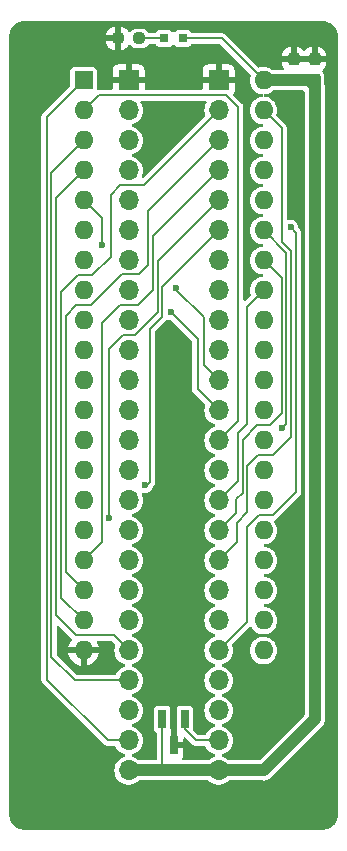
<source format=gbr>
G04 #@! TF.GenerationSoftware,KiCad,Pcbnew,7.0.11+dfsg-1build4*
G04 #@! TF.CreationDate,2024-11-01T17:57:32+09:00*
G04 #@! TF.ProjectId,bionic-mc146805e2,62696f6e-6963-42d6-9d63-313436383035,7*
G04 #@! TF.SameCoordinates,Original*
G04 #@! TF.FileFunction,Copper,L1,Top*
G04 #@! TF.FilePolarity,Positive*
%FSLAX46Y46*%
G04 Gerber Fmt 4.6, Leading zero omitted, Abs format (unit mm)*
G04 Created by KiCad (PCBNEW 7.0.11+dfsg-1build4) date 2024-11-01 17:57:32*
%MOMM*%
%LPD*%
G01*
G04 APERTURE LIST*
G04 Aperture macros list*
%AMRoundRect*
0 Rectangle with rounded corners*
0 $1 Rounding radius*
0 $2 $3 $4 $5 $6 $7 $8 $9 X,Y pos of 4 corners*
0 Add a 4 corners polygon primitive as box body*
4,1,4,$2,$3,$4,$5,$6,$7,$8,$9,$2,$3,0*
0 Add four circle primitives for the rounded corners*
1,1,$1+$1,$2,$3*
1,1,$1+$1,$4,$5*
1,1,$1+$1,$6,$7*
1,1,$1+$1,$8,$9*
0 Add four rect primitives between the rounded corners*
20,1,$1+$1,$2,$3,$4,$5,0*
20,1,$1+$1,$4,$5,$6,$7,0*
20,1,$1+$1,$6,$7,$8,$9,0*
20,1,$1+$1,$8,$9,$2,$3,0*%
G04 Aperture macros list end*
G04 #@! TA.AperFunction,SMDPad,CuDef*
%ADD10R,0.660400X1.625600*%
G04 #@! TD*
G04 #@! TA.AperFunction,SMDPad,CuDef*
%ADD11RoundRect,0.237500X0.250000X0.237500X-0.250000X0.237500X-0.250000X-0.237500X0.250000X-0.237500X0*%
G04 #@! TD*
G04 #@! TA.AperFunction,ComponentPad*
%ADD12R,1.600000X1.600000*%
G04 #@! TD*
G04 #@! TA.AperFunction,ComponentPad*
%ADD13O,1.600000X1.600000*%
G04 #@! TD*
G04 #@! TA.AperFunction,SMDPad,CuDef*
%ADD14RoundRect,0.237500X0.237500X-0.300000X0.237500X0.300000X-0.237500X0.300000X-0.237500X-0.300000X0*%
G04 #@! TD*
G04 #@! TA.AperFunction,SMDPad,CuDef*
%ADD15R,0.762000X0.711200*%
G04 #@! TD*
G04 #@! TA.AperFunction,ComponentPad*
%ADD16O,1.700000X1.700000*%
G04 #@! TD*
G04 #@! TA.AperFunction,ComponentPad*
%ADD17R,1.700000X1.700000*%
G04 #@! TD*
G04 #@! TA.AperFunction,ViaPad*
%ADD18C,0.600000*%
G04 #@! TD*
G04 #@! TA.AperFunction,Conductor*
%ADD19C,0.200000*%
G04 #@! TD*
G04 #@! TA.AperFunction,Conductor*
%ADD20C,1.000000*%
G04 #@! TD*
G04 APERTURE END LIST*
D10*
X115920001Y-129182000D03*
X114019999Y-129182000D03*
X114970000Y-131314000D03*
D11*
X112072500Y-71524000D03*
X110247500Y-71524000D03*
D12*
X107350000Y-75080000D03*
D13*
X107350000Y-77620000D03*
X107350000Y-80160000D03*
X107350000Y-82700000D03*
X107350000Y-85240000D03*
X107350000Y-87780000D03*
X107350000Y-90320000D03*
X107350000Y-92860000D03*
X107350000Y-95400000D03*
X107350000Y-97940000D03*
X107350000Y-100480000D03*
X107350000Y-103020000D03*
X107350000Y-105560000D03*
X107350000Y-108100000D03*
X107350000Y-110640000D03*
X107350000Y-113180000D03*
X107350000Y-115720000D03*
X107350000Y-118260000D03*
X107350000Y-120800000D03*
X107350000Y-123340000D03*
X122590000Y-123340000D03*
X122590000Y-120800000D03*
X122590000Y-118260000D03*
X122590000Y-115720000D03*
X122590000Y-113180000D03*
X122590000Y-110640000D03*
X122590000Y-108100000D03*
X122590000Y-105560000D03*
X122590000Y-103020000D03*
X122590000Y-100480000D03*
X122590000Y-97940000D03*
X122590000Y-95400000D03*
X122590000Y-92860000D03*
X122590000Y-90320000D03*
X122590000Y-87780000D03*
X122590000Y-85240000D03*
X122590000Y-82700000D03*
X122590000Y-80160000D03*
X122590000Y-77620000D03*
X122590000Y-75080000D03*
D14*
X126908000Y-75027000D03*
X126908000Y-73302000D03*
X125130000Y-75027000D03*
X125130000Y-73302000D03*
D15*
X114195300Y-71524000D03*
X115744700Y-71524000D03*
D16*
X118780000Y-133500000D03*
X118780000Y-130960000D03*
X118780000Y-128420000D03*
X118780000Y-125880000D03*
X118780000Y-123340000D03*
X118780000Y-120800000D03*
X118780000Y-118260000D03*
X118780000Y-115720000D03*
X118780000Y-113180000D03*
X118780000Y-110640000D03*
X118780000Y-108100000D03*
X118780000Y-105560000D03*
X118780000Y-103020000D03*
X118780000Y-100480000D03*
X118780000Y-97940000D03*
X118780000Y-95400000D03*
X118780000Y-92860000D03*
X118780000Y-90320000D03*
X118780000Y-87780000D03*
X118780000Y-85240000D03*
X118780000Y-82700000D03*
X118780000Y-80160000D03*
X118780000Y-77620000D03*
D17*
X118780000Y-75080000D03*
X111160000Y-75080000D03*
D16*
X111160000Y-77620000D03*
X111160000Y-80160000D03*
X111160000Y-82700000D03*
X111160000Y-85240000D03*
X111160000Y-87780000D03*
X111160000Y-90320000D03*
X111160000Y-92860000D03*
X111160000Y-95400000D03*
X111160000Y-97940000D03*
X111160000Y-100480000D03*
X111160000Y-103020000D03*
X111160000Y-105560000D03*
X111160000Y-108100000D03*
X111160000Y-110640000D03*
X111160000Y-113180000D03*
X111160000Y-115720000D03*
X111160000Y-118260000D03*
X111160000Y-120800000D03*
X111160000Y-123340000D03*
X111160000Y-125880000D03*
X111160000Y-128420000D03*
X111160000Y-130960000D03*
X111160000Y-133500000D03*
D18*
X122590000Y-130960000D03*
X114843000Y-122197000D03*
X114970000Y-79017000D03*
X116240000Y-131849000D03*
X124114000Y-104544000D03*
X124876000Y-87526000D03*
X108874000Y-89050000D03*
X114715735Y-94724265D03*
X115180735Y-92649265D03*
X112557000Y-109370000D03*
X109509000Y-112164000D03*
D19*
X126908000Y-75588000D02*
X126908000Y-75027000D01*
X119034000Y-71524000D02*
X122590000Y-75080000D01*
X115744700Y-71524000D02*
X119034000Y-71524000D01*
D20*
X126908000Y-75588000D02*
X126400000Y-75080000D01*
X126908000Y-127912000D02*
X126908000Y-75842000D01*
D19*
X115745000Y-71524000D02*
X115744700Y-71524000D01*
X114019999Y-133434001D02*
X113954000Y-133500000D01*
D20*
X113954000Y-133500000D02*
X118780000Y-133500000D01*
X126908000Y-75842000D02*
X126908000Y-75588000D01*
X111160000Y-133500000D02*
X113954000Y-133500000D01*
D19*
X125077000Y-75080000D02*
X125130000Y-75027000D01*
D20*
X122590000Y-133500000D02*
X126908000Y-129182000D01*
X118780000Y-133500000D02*
X122590000Y-133500000D01*
X126908000Y-129182000D02*
X126908000Y-127912000D01*
X126400000Y-75080000D02*
X122590000Y-75080000D01*
D19*
X114019999Y-129182000D02*
X114019999Y-133434001D01*
X114195300Y-71524000D02*
X112072500Y-71524000D01*
X105026000Y-85024000D02*
X107350000Y-82700000D01*
X105026000Y-120381000D02*
X105026000Y-85024000D01*
X109890000Y-122070000D02*
X106715000Y-122070000D01*
X111160000Y-123340000D02*
X109890000Y-122070000D01*
X106715000Y-122070000D02*
X105026000Y-120381000D01*
X106588000Y-125880000D02*
X104626000Y-123918000D01*
X111160000Y-125880000D02*
X106588000Y-125880000D01*
X104626000Y-123918000D02*
X104626000Y-82884000D01*
X104626000Y-82884000D02*
X107350000Y-80160000D01*
X104226000Y-125804000D02*
X104226000Y-78204000D01*
X109382000Y-130960000D02*
X104226000Y-125804000D01*
X104226000Y-78204000D02*
X107350000Y-75080000D01*
X111160000Y-130960000D02*
X109382000Y-130960000D01*
X116875000Y-130960000D02*
X118780000Y-130960000D01*
X115920001Y-129182000D02*
X115920001Y-130005001D01*
X115920001Y-130005001D02*
X116875000Y-130960000D01*
X124514000Y-89704000D02*
X122590000Y-87780000D01*
X124114000Y-104544000D02*
X124514000Y-104144000D01*
X124514000Y-104144000D02*
X124514000Y-89704000D01*
X122209000Y-111910000D02*
X121193000Y-112926000D01*
X124876000Y-87526000D02*
X125314000Y-87964000D01*
X125314000Y-109948000D02*
X123352000Y-111910000D01*
X123352000Y-111910000D02*
X122209000Y-111910000D01*
X121193000Y-120927000D02*
X118780000Y-123340000D01*
X121193000Y-112926000D02*
X121193000Y-120927000D01*
X125314000Y-87964000D02*
X125314000Y-109948000D01*
X123352000Y-106830000D02*
X124914000Y-105268000D01*
X124914000Y-89538314D02*
X124114000Y-88738314D01*
X121212000Y-111637000D02*
X121212000Y-107700000D01*
X124914000Y-105268000D02*
X124914000Y-89538314D01*
X120304000Y-114196000D02*
X120304000Y-112545000D01*
X120304000Y-112545000D02*
X121212000Y-111637000D01*
X122082000Y-106830000D02*
X123352000Y-106830000D01*
X124114000Y-88738314D02*
X124114000Y-79144000D01*
X121212000Y-107700000D02*
X122082000Y-106830000D01*
X118780000Y-115720000D02*
X120304000Y-114196000D01*
X124114000Y-79144000D02*
X122590000Y-77620000D01*
X122050250Y-104290000D02*
X123098000Y-104290000D01*
X118780000Y-113180000D02*
X120285000Y-111675000D01*
X120285000Y-111675000D02*
X120285000Y-110532000D01*
X120812000Y-105528250D02*
X122050250Y-104290000D01*
X123098000Y-104290000D02*
X124114000Y-103274000D01*
X120285000Y-110532000D02*
X120812000Y-110005000D01*
X124114000Y-103274000D02*
X124114000Y-91844000D01*
X124114000Y-91844000D02*
X122590000Y-90320000D01*
X120812000Y-110005000D02*
X120812000Y-105528250D01*
X121193000Y-104163000D02*
X121193000Y-94257000D01*
X120412000Y-109008000D02*
X120412000Y-104944000D01*
X118780000Y-110640000D02*
X120412000Y-109008000D01*
X120412000Y-104944000D02*
X121193000Y-104163000D01*
X121193000Y-94257000D02*
X122590000Y-92860000D01*
X120431000Y-103909000D02*
X120431000Y-77366000D01*
X119415000Y-76350000D02*
X108620000Y-76350000D01*
X118780000Y-105560000D02*
X120431000Y-103909000D01*
X108620000Y-76350000D02*
X107350000Y-77620000D01*
X120431000Y-77366000D02*
X119415000Y-76350000D01*
X108874000Y-86764000D02*
X107350000Y-85240000D01*
X108874000Y-89050000D02*
X108874000Y-86764000D01*
X114715735Y-94724265D02*
X117002000Y-97010530D01*
X117002000Y-97010530D02*
X117002000Y-101242000D01*
X117002000Y-101242000D02*
X118780000Y-103020000D01*
X117510000Y-95146000D02*
X117510000Y-99210000D01*
X115180735Y-92649265D02*
X115180735Y-92816735D01*
X117510000Y-99210000D02*
X118780000Y-100480000D01*
X115180735Y-92816735D02*
X117510000Y-95146000D01*
X112684000Y-109370000D02*
X112938000Y-109116000D01*
X114011000Y-95089000D02*
X114011000Y-92549000D01*
X114011000Y-92549000D02*
X118780000Y-87780000D01*
X112557000Y-109370000D02*
X112684000Y-109370000D01*
X112938000Y-109116000D02*
X112938000Y-96162000D01*
X112938000Y-96162000D02*
X114011000Y-95089000D01*
X109509000Y-97813000D02*
X110652000Y-96670000D01*
X113611000Y-94727000D02*
X113611000Y-90409000D01*
X111668000Y-96670000D02*
X113611000Y-94727000D01*
X110652000Y-96670000D02*
X111668000Y-96670000D01*
X113611000Y-90409000D02*
X118780000Y-85240000D01*
X109509000Y-112164000D02*
X109509000Y-97813000D01*
X118780000Y-82700000D02*
X113211000Y-88269000D01*
X108874000Y-114196000D02*
X107350000Y-115720000D01*
X108874000Y-95654000D02*
X108874000Y-114196000D01*
X113211000Y-92841000D02*
X111922000Y-94130000D01*
X110398000Y-94130000D02*
X108874000Y-95654000D01*
X111922000Y-94130000D02*
X110398000Y-94130000D01*
X113211000Y-88269000D02*
X113211000Y-92841000D01*
X112811000Y-90701000D02*
X112042000Y-91470000D01*
X110600827Y-91470000D02*
X107940827Y-94130000D01*
X106724365Y-94130000D02*
X105826000Y-95028365D01*
X105826000Y-95028365D02*
X105826000Y-116736000D01*
X118780000Y-80160000D02*
X112811000Y-86129000D01*
X112811000Y-86129000D02*
X112811000Y-90701000D01*
X112042000Y-91470000D02*
X110600827Y-91470000D01*
X105826000Y-116736000D02*
X107350000Y-118260000D01*
X107940827Y-94130000D02*
X106724365Y-94130000D01*
X105426000Y-118876000D02*
X107350000Y-120800000D01*
X118780000Y-77620000D02*
X112430000Y-83970000D01*
X109636000Y-84807827D02*
X109636000Y-90014827D01*
X106842000Y-91590000D02*
X105426000Y-93006000D01*
X108060827Y-91590000D02*
X106842000Y-91590000D01*
X109636000Y-90014827D02*
X108060827Y-91590000D01*
X110473827Y-83970000D02*
X109636000Y-84807827D01*
X105426000Y-93006000D02*
X105426000Y-118876000D01*
X112430000Y-83970000D02*
X110473827Y-83970000D01*
G04 #@! TA.AperFunction,Conductor*
G36*
X114484623Y-95337270D02*
G01*
X114636750Y-95374765D01*
X114677769Y-95374765D01*
X114744808Y-95394450D01*
X114765450Y-95411084D01*
X116515181Y-97160814D01*
X116548666Y-97222137D01*
X116551500Y-97248495D01*
X116551500Y-101209738D01*
X116550720Y-101223623D01*
X116546729Y-101259036D01*
X116557355Y-101315196D01*
X116558132Y-101319765D01*
X116566652Y-101376291D01*
X116569162Y-101384427D01*
X116571976Y-101392470D01*
X116571976Y-101392471D01*
X116571977Y-101392472D01*
X116598219Y-101442125D01*
X116598688Y-101443011D01*
X116600776Y-101447149D01*
X116625574Y-101498641D01*
X116630362Y-101505665D01*
X116635431Y-101512532D01*
X116635434Y-101512538D01*
X116635438Y-101512542D01*
X116675846Y-101552950D01*
X116679063Y-101556289D01*
X116717947Y-101598196D01*
X116725210Y-101603988D01*
X116724689Y-101604641D01*
X116736930Y-101614034D01*
X117615672Y-102492776D01*
X117649157Y-102554099D01*
X117647258Y-102614391D01*
X117594884Y-102798468D01*
X117574357Y-103019999D01*
X117574357Y-103020000D01*
X117594884Y-103241535D01*
X117594885Y-103241537D01*
X117655769Y-103455523D01*
X117655775Y-103455538D01*
X117754938Y-103654683D01*
X117754943Y-103654691D01*
X117889020Y-103832238D01*
X118053437Y-103982123D01*
X118053439Y-103982125D01*
X118242595Y-104099245D01*
X118242596Y-104099245D01*
X118242599Y-104099247D01*
X118436524Y-104174374D01*
X118491924Y-104216946D01*
X118515515Y-104282713D01*
X118499804Y-104350793D01*
X118449780Y-104399572D01*
X118436533Y-104405622D01*
X118325389Y-104448680D01*
X118242601Y-104480752D01*
X118242595Y-104480754D01*
X118053439Y-104597874D01*
X118053437Y-104597876D01*
X117889020Y-104747761D01*
X117754943Y-104925308D01*
X117754938Y-104925316D01*
X117655775Y-105124461D01*
X117655769Y-105124476D01*
X117594885Y-105338462D01*
X117594884Y-105338464D01*
X117574357Y-105559999D01*
X117574357Y-105560000D01*
X117594884Y-105781535D01*
X117594885Y-105781537D01*
X117655769Y-105995523D01*
X117655775Y-105995538D01*
X117754938Y-106194683D01*
X117754943Y-106194691D01*
X117889020Y-106372238D01*
X118053437Y-106522123D01*
X118053439Y-106522125D01*
X118242595Y-106639245D01*
X118242596Y-106639245D01*
X118242599Y-106639247D01*
X118436524Y-106714374D01*
X118491924Y-106756946D01*
X118515515Y-106822713D01*
X118499804Y-106890793D01*
X118449780Y-106939572D01*
X118436533Y-106945622D01*
X118325389Y-106988680D01*
X118242601Y-107020752D01*
X118242595Y-107020754D01*
X118053439Y-107137874D01*
X118053437Y-107137876D01*
X117889020Y-107287761D01*
X117754943Y-107465308D01*
X117754938Y-107465316D01*
X117655775Y-107664461D01*
X117655769Y-107664476D01*
X117594885Y-107878462D01*
X117594884Y-107878464D01*
X117574357Y-108099999D01*
X117574357Y-108100000D01*
X117594884Y-108321535D01*
X117594885Y-108321537D01*
X117655769Y-108535523D01*
X117655775Y-108535538D01*
X117754938Y-108734683D01*
X117754943Y-108734691D01*
X117889020Y-108912238D01*
X118053437Y-109062123D01*
X118053439Y-109062125D01*
X118242595Y-109179245D01*
X118242596Y-109179245D01*
X118242599Y-109179247D01*
X118436524Y-109254374D01*
X118491924Y-109296946D01*
X118515515Y-109362713D01*
X118499804Y-109430793D01*
X118449780Y-109479572D01*
X118436533Y-109485622D01*
X118325389Y-109528680D01*
X118242601Y-109560752D01*
X118242595Y-109560754D01*
X118053439Y-109677874D01*
X118053437Y-109677876D01*
X117889020Y-109827761D01*
X117754943Y-110005308D01*
X117754938Y-110005316D01*
X117655775Y-110204461D01*
X117655769Y-110204476D01*
X117594885Y-110418462D01*
X117594884Y-110418464D01*
X117574357Y-110639999D01*
X117574357Y-110640000D01*
X117594884Y-110861535D01*
X117594885Y-110861537D01*
X117655769Y-111075523D01*
X117655775Y-111075538D01*
X117754938Y-111274683D01*
X117754943Y-111274691D01*
X117889020Y-111452238D01*
X118053437Y-111602123D01*
X118053439Y-111602125D01*
X118242595Y-111719245D01*
X118242596Y-111719245D01*
X118242599Y-111719247D01*
X118436524Y-111794374D01*
X118491924Y-111836946D01*
X118515515Y-111902713D01*
X118499804Y-111970793D01*
X118449780Y-112019572D01*
X118436533Y-112025622D01*
X118325389Y-112068680D01*
X118242601Y-112100752D01*
X118242595Y-112100754D01*
X118053439Y-112217874D01*
X118053437Y-112217876D01*
X117889020Y-112367761D01*
X117754943Y-112545308D01*
X117754938Y-112545316D01*
X117655775Y-112744461D01*
X117655769Y-112744476D01*
X117594885Y-112958462D01*
X117594884Y-112958464D01*
X117574357Y-113179999D01*
X117574357Y-113180000D01*
X117594884Y-113401535D01*
X117594885Y-113401537D01*
X117655769Y-113615523D01*
X117655775Y-113615538D01*
X117754938Y-113814683D01*
X117754943Y-113814691D01*
X117889020Y-113992238D01*
X118053437Y-114142123D01*
X118053439Y-114142125D01*
X118242595Y-114259245D01*
X118242596Y-114259245D01*
X118242599Y-114259247D01*
X118436524Y-114334374D01*
X118491924Y-114376946D01*
X118515515Y-114442713D01*
X118499804Y-114510793D01*
X118449780Y-114559572D01*
X118436533Y-114565622D01*
X118325389Y-114608680D01*
X118242601Y-114640752D01*
X118242595Y-114640754D01*
X118053439Y-114757874D01*
X118053437Y-114757876D01*
X117889020Y-114907761D01*
X117754943Y-115085308D01*
X117754938Y-115085316D01*
X117655775Y-115284461D01*
X117655769Y-115284476D01*
X117594885Y-115498462D01*
X117594884Y-115498464D01*
X117574357Y-115719999D01*
X117574357Y-115720000D01*
X117594884Y-115941535D01*
X117594885Y-115941537D01*
X117655769Y-116155523D01*
X117655775Y-116155538D01*
X117754938Y-116354683D01*
X117754943Y-116354691D01*
X117889020Y-116532238D01*
X118053437Y-116682123D01*
X118053439Y-116682125D01*
X118242595Y-116799245D01*
X118242596Y-116799245D01*
X118242599Y-116799247D01*
X118436524Y-116874374D01*
X118491924Y-116916946D01*
X118515515Y-116982713D01*
X118499804Y-117050793D01*
X118449780Y-117099572D01*
X118436533Y-117105622D01*
X118325389Y-117148680D01*
X118242601Y-117180752D01*
X118242595Y-117180754D01*
X118053439Y-117297874D01*
X118053437Y-117297876D01*
X117889020Y-117447761D01*
X117754943Y-117625308D01*
X117754938Y-117625316D01*
X117655775Y-117824461D01*
X117655769Y-117824476D01*
X117594885Y-118038462D01*
X117594884Y-118038464D01*
X117574357Y-118259999D01*
X117574357Y-118260000D01*
X117594884Y-118481535D01*
X117594885Y-118481537D01*
X117655769Y-118695523D01*
X117655775Y-118695538D01*
X117754938Y-118894683D01*
X117754943Y-118894691D01*
X117889020Y-119072238D01*
X118053437Y-119222123D01*
X118053439Y-119222125D01*
X118242595Y-119339245D01*
X118242596Y-119339245D01*
X118242599Y-119339247D01*
X118436524Y-119414374D01*
X118491924Y-119456946D01*
X118515515Y-119522713D01*
X118499804Y-119590793D01*
X118449780Y-119639572D01*
X118436533Y-119645622D01*
X118325389Y-119688680D01*
X118242601Y-119720752D01*
X118242595Y-119720754D01*
X118053439Y-119837874D01*
X118053437Y-119837876D01*
X117889020Y-119987761D01*
X117754943Y-120165308D01*
X117754938Y-120165316D01*
X117655775Y-120364461D01*
X117655769Y-120364476D01*
X117594885Y-120578462D01*
X117594884Y-120578464D01*
X117574357Y-120799999D01*
X117574357Y-120800000D01*
X117594884Y-121021535D01*
X117594885Y-121021537D01*
X117655769Y-121235523D01*
X117655775Y-121235538D01*
X117754938Y-121434683D01*
X117754943Y-121434691D01*
X117889020Y-121612238D01*
X118053437Y-121762123D01*
X118053439Y-121762125D01*
X118242595Y-121879245D01*
X118242596Y-121879245D01*
X118242599Y-121879247D01*
X118436524Y-121954374D01*
X118491924Y-121996946D01*
X118515515Y-122062713D01*
X118499804Y-122130793D01*
X118449780Y-122179572D01*
X118436533Y-122185622D01*
X118325389Y-122228680D01*
X118242601Y-122260752D01*
X118242595Y-122260754D01*
X118053439Y-122377874D01*
X118053437Y-122377876D01*
X117889020Y-122527761D01*
X117754943Y-122705308D01*
X117754938Y-122705316D01*
X117655775Y-122904461D01*
X117655769Y-122904476D01*
X117594885Y-123118462D01*
X117594884Y-123118464D01*
X117574357Y-123339999D01*
X117574357Y-123340000D01*
X117594884Y-123561535D01*
X117594885Y-123561537D01*
X117655769Y-123775523D01*
X117655775Y-123775538D01*
X117754938Y-123974683D01*
X117754943Y-123974691D01*
X117889020Y-124152238D01*
X118053437Y-124302123D01*
X118053439Y-124302125D01*
X118242595Y-124419245D01*
X118242596Y-124419245D01*
X118242599Y-124419247D01*
X118436524Y-124494374D01*
X118491924Y-124536946D01*
X118515515Y-124602713D01*
X118499804Y-124670793D01*
X118449780Y-124719572D01*
X118436533Y-124725622D01*
X118290420Y-124782227D01*
X118242601Y-124800752D01*
X118242595Y-124800754D01*
X118053439Y-124917874D01*
X118053437Y-124917876D01*
X117889020Y-125067761D01*
X117754943Y-125245308D01*
X117754938Y-125245316D01*
X117655775Y-125444461D01*
X117655769Y-125444476D01*
X117594885Y-125658462D01*
X117594884Y-125658464D01*
X117574357Y-125879999D01*
X117574357Y-125880000D01*
X117594884Y-126101535D01*
X117594885Y-126101537D01*
X117655769Y-126315523D01*
X117655775Y-126315538D01*
X117754938Y-126514683D01*
X117754943Y-126514691D01*
X117889020Y-126692238D01*
X118053437Y-126842123D01*
X118053439Y-126842125D01*
X118242595Y-126959245D01*
X118242596Y-126959245D01*
X118242599Y-126959247D01*
X118436524Y-127034374D01*
X118491924Y-127076946D01*
X118515515Y-127142713D01*
X118499804Y-127210793D01*
X118449780Y-127259572D01*
X118436533Y-127265622D01*
X118288488Y-127322975D01*
X118242601Y-127340752D01*
X118242595Y-127340754D01*
X118053439Y-127457874D01*
X118053437Y-127457876D01*
X117889020Y-127607761D01*
X117754943Y-127785308D01*
X117754938Y-127785316D01*
X117655775Y-127984461D01*
X117655769Y-127984476D01*
X117594885Y-128198462D01*
X117594884Y-128198464D01*
X117574357Y-128419999D01*
X117574357Y-128420000D01*
X117594884Y-128641535D01*
X117594885Y-128641537D01*
X117655769Y-128855523D01*
X117655775Y-128855538D01*
X117754938Y-129054683D01*
X117754943Y-129054691D01*
X117889020Y-129232238D01*
X118053437Y-129382123D01*
X118053439Y-129382125D01*
X118242595Y-129499245D01*
X118242596Y-129499245D01*
X118242599Y-129499247D01*
X118436524Y-129574374D01*
X118491924Y-129616946D01*
X118515515Y-129682713D01*
X118499804Y-129750793D01*
X118449780Y-129799572D01*
X118436533Y-129805622D01*
X118288488Y-129862975D01*
X118242601Y-129880752D01*
X118242595Y-129880754D01*
X118053439Y-129997874D01*
X118053437Y-129997876D01*
X117889020Y-130147761D01*
X117754943Y-130325308D01*
X117754936Y-130325320D01*
X117697449Y-130440771D01*
X117649946Y-130492009D01*
X117586449Y-130509500D01*
X117112965Y-130509500D01*
X117045926Y-130489815D01*
X117025284Y-130473181D01*
X116637020Y-130084917D01*
X116603535Y-130023594D01*
X116600701Y-129997236D01*
X116600701Y-128335939D01*
X116590774Y-128267808D01*
X116590774Y-128267807D01*
X116539399Y-128162717D01*
X116539397Y-128162715D01*
X116539397Y-128162714D01*
X116456686Y-128080003D01*
X116351592Y-128028626D01*
X116283462Y-128018700D01*
X116283461Y-128018700D01*
X115556541Y-128018700D01*
X115556540Y-128018700D01*
X115488409Y-128028626D01*
X115383315Y-128080003D01*
X115300604Y-128162714D01*
X115249227Y-128267808D01*
X115239301Y-128335939D01*
X115239301Y-129930537D01*
X115220000Y-129996268D01*
X115220000Y-131064000D01*
X115800200Y-131064000D01*
X115800200Y-130821665D01*
X115819885Y-130754626D01*
X115872689Y-130708871D01*
X115941847Y-130698927D01*
X116005403Y-130727952D01*
X116011872Y-130733976D01*
X116099562Y-130821665D01*
X116533630Y-131255733D01*
X116542895Y-131266100D01*
X116565121Y-131293970D01*
X116565123Y-131293972D01*
X116612363Y-131326180D01*
X116616145Y-131328863D01*
X116662118Y-131362793D01*
X116669654Y-131366776D01*
X116677319Y-131370467D01*
X116677327Y-131370472D01*
X116702188Y-131378140D01*
X116731980Y-131387330D01*
X116736371Y-131388774D01*
X116790301Y-131407646D01*
X116790305Y-131407646D01*
X116798698Y-131409234D01*
X116807095Y-131410500D01*
X116807098Y-131410500D01*
X116864245Y-131410500D01*
X116868883Y-131410587D01*
X116926009Y-131412725D01*
X116926009Y-131412724D01*
X116926010Y-131412725D01*
X116926010Y-131412724D01*
X116935242Y-131411685D01*
X116935335Y-131412513D01*
X116950639Y-131410500D01*
X117586449Y-131410500D01*
X117653488Y-131430185D01*
X117697449Y-131479229D01*
X117754936Y-131594679D01*
X117754943Y-131594691D01*
X117889020Y-131772238D01*
X118053437Y-131922123D01*
X118053439Y-131922125D01*
X118242595Y-132039245D01*
X118242596Y-132039245D01*
X118242599Y-132039247D01*
X118436524Y-132114374D01*
X118491924Y-132156946D01*
X118515515Y-132222713D01*
X118499804Y-132290793D01*
X118449780Y-132339572D01*
X118436533Y-132345622D01*
X118288488Y-132402975D01*
X118242601Y-132420752D01*
X118242595Y-132420754D01*
X118053439Y-132537874D01*
X118053437Y-132537876D01*
X117966492Y-132617137D01*
X117903688Y-132647754D01*
X117882954Y-132649500D01*
X115781210Y-132649500D01*
X115714171Y-132629815D01*
X115668416Y-132577011D01*
X115658472Y-132507853D01*
X115681943Y-132451189D01*
X115743553Y-132368888D01*
X115743554Y-132368886D01*
X115793796Y-132234179D01*
X115793798Y-132234172D01*
X115800199Y-132174644D01*
X115800200Y-132174627D01*
X115800200Y-131564000D01*
X114844000Y-131564000D01*
X114776961Y-131544315D01*
X114731206Y-131491511D01*
X114720000Y-131440000D01*
X114720000Y-129987051D01*
X114703533Y-129956895D01*
X114700699Y-129930537D01*
X114700699Y-128335939D01*
X114690772Y-128267808D01*
X114690772Y-128267807D01*
X114639397Y-128162717D01*
X114639395Y-128162715D01*
X114639395Y-128162714D01*
X114556684Y-128080003D01*
X114451590Y-128028626D01*
X114383460Y-128018700D01*
X114383459Y-128018700D01*
X113656539Y-128018700D01*
X113656538Y-128018700D01*
X113588407Y-128028626D01*
X113483313Y-128080003D01*
X113400602Y-128162714D01*
X113349225Y-128267808D01*
X113339299Y-128335939D01*
X113339299Y-130028060D01*
X113349225Y-130096191D01*
X113349226Y-130096193D01*
X113400601Y-130201283D01*
X113483316Y-130283998D01*
X113499959Y-130292134D01*
X113551541Y-130339260D01*
X113569499Y-130403534D01*
X113569499Y-132525500D01*
X113549814Y-132592539D01*
X113497010Y-132638294D01*
X113445499Y-132649500D01*
X112057046Y-132649500D01*
X111990007Y-132629815D01*
X111973508Y-132617137D01*
X111886562Y-132537876D01*
X111886560Y-132537874D01*
X111697404Y-132420754D01*
X111697395Y-132420750D01*
X111563522Y-132368888D01*
X111503475Y-132345625D01*
X111448075Y-132303054D01*
X111424484Y-132237288D01*
X111440195Y-132169207D01*
X111490219Y-132120428D01*
X111503466Y-132114377D01*
X111697401Y-132039247D01*
X111886562Y-131922124D01*
X112050981Y-131772236D01*
X112185058Y-131594689D01*
X112284229Y-131395528D01*
X112345115Y-131181536D01*
X112365643Y-130960000D01*
X112345115Y-130738464D01*
X112284229Y-130524472D01*
X112276774Y-130509500D01*
X112185061Y-130325316D01*
X112185056Y-130325308D01*
X112050979Y-130147761D01*
X111886562Y-129997876D01*
X111886560Y-129997874D01*
X111697404Y-129880754D01*
X111697395Y-129880750D01*
X111603956Y-129844552D01*
X111503475Y-129805625D01*
X111448075Y-129763054D01*
X111424484Y-129697288D01*
X111440195Y-129629207D01*
X111490219Y-129580428D01*
X111503466Y-129574377D01*
X111697401Y-129499247D01*
X111886562Y-129382124D01*
X112050981Y-129232236D01*
X112185058Y-129054689D01*
X112284229Y-128855528D01*
X112345115Y-128641536D01*
X112365643Y-128420000D01*
X112345115Y-128198464D01*
X112284229Y-127984472D01*
X112284224Y-127984461D01*
X112185061Y-127785316D01*
X112185056Y-127785308D01*
X112050979Y-127607761D01*
X111886562Y-127457876D01*
X111886560Y-127457874D01*
X111697404Y-127340754D01*
X111697395Y-127340750D01*
X111603956Y-127304552D01*
X111503475Y-127265625D01*
X111448075Y-127223054D01*
X111424484Y-127157288D01*
X111440195Y-127089207D01*
X111490219Y-127040428D01*
X111503466Y-127034377D01*
X111697401Y-126959247D01*
X111886562Y-126842124D01*
X112050981Y-126692236D01*
X112185058Y-126514689D01*
X112284229Y-126315528D01*
X112345115Y-126101536D01*
X112365643Y-125880000D01*
X112345115Y-125658464D01*
X112284229Y-125444472D01*
X112276774Y-125429500D01*
X112185061Y-125245316D01*
X112185056Y-125245308D01*
X112050979Y-125067761D01*
X111886562Y-124917876D01*
X111886560Y-124917874D01*
X111697404Y-124800754D01*
X111697395Y-124800750D01*
X111603956Y-124764552D01*
X111503475Y-124725625D01*
X111448075Y-124683054D01*
X111424484Y-124617288D01*
X111440195Y-124549207D01*
X111490219Y-124500428D01*
X111503466Y-124494377D01*
X111697401Y-124419247D01*
X111886562Y-124302124D01*
X112050981Y-124152236D01*
X112185058Y-123974689D01*
X112284229Y-123775528D01*
X112345115Y-123561536D01*
X112365643Y-123340000D01*
X112345115Y-123118464D01*
X112284229Y-122904472D01*
X112284224Y-122904461D01*
X112185061Y-122705316D01*
X112185056Y-122705308D01*
X112050979Y-122527761D01*
X111886562Y-122377876D01*
X111886560Y-122377874D01*
X111697404Y-122260754D01*
X111697395Y-122260750D01*
X111603956Y-122224552D01*
X111503475Y-122185625D01*
X111448075Y-122143054D01*
X111424484Y-122077288D01*
X111440195Y-122009207D01*
X111490219Y-121960428D01*
X111503466Y-121954377D01*
X111697401Y-121879247D01*
X111886562Y-121762124D01*
X112045222Y-121617486D01*
X112050979Y-121612238D01*
X112060361Y-121599815D01*
X112185058Y-121434689D01*
X112284229Y-121235528D01*
X112345115Y-121021536D01*
X112365643Y-120800000D01*
X112345115Y-120578464D01*
X112284229Y-120364472D01*
X112258721Y-120313245D01*
X112185061Y-120165316D01*
X112185056Y-120165308D01*
X112050979Y-119987761D01*
X111886562Y-119837876D01*
X111886560Y-119837874D01*
X111697404Y-119720754D01*
X111697395Y-119720750D01*
X111603956Y-119684552D01*
X111503475Y-119645625D01*
X111448075Y-119603054D01*
X111424484Y-119537288D01*
X111440195Y-119469207D01*
X111490219Y-119420428D01*
X111503466Y-119414377D01*
X111697401Y-119339247D01*
X111886562Y-119222124D01*
X112050981Y-119072236D01*
X112185058Y-118894689D01*
X112284229Y-118695528D01*
X112345115Y-118481536D01*
X112365643Y-118260000D01*
X112345115Y-118038464D01*
X112284229Y-117824472D01*
X112284224Y-117824461D01*
X112185061Y-117625316D01*
X112185056Y-117625308D01*
X112050979Y-117447761D01*
X111886562Y-117297876D01*
X111886560Y-117297874D01*
X111697404Y-117180754D01*
X111697395Y-117180750D01*
X111603956Y-117144552D01*
X111503475Y-117105625D01*
X111448075Y-117063054D01*
X111424484Y-116997288D01*
X111440195Y-116929207D01*
X111490219Y-116880428D01*
X111503466Y-116874377D01*
X111697401Y-116799247D01*
X111886562Y-116682124D01*
X112050981Y-116532236D01*
X112185058Y-116354689D01*
X112284229Y-116155528D01*
X112345115Y-115941536D01*
X112365643Y-115720000D01*
X112345115Y-115498464D01*
X112284229Y-115284472D01*
X112264337Y-115244523D01*
X112185061Y-115085316D01*
X112185056Y-115085308D01*
X112050979Y-114907761D01*
X111886562Y-114757876D01*
X111886560Y-114757874D01*
X111697404Y-114640754D01*
X111697395Y-114640750D01*
X111581023Y-114595668D01*
X111503475Y-114565625D01*
X111448075Y-114523054D01*
X111424484Y-114457288D01*
X111440195Y-114389207D01*
X111490219Y-114340428D01*
X111503466Y-114334377D01*
X111697401Y-114259247D01*
X111886562Y-114142124D01*
X112050981Y-113992236D01*
X112185058Y-113814689D01*
X112284229Y-113615528D01*
X112345115Y-113401536D01*
X112365643Y-113180000D01*
X112345115Y-112958464D01*
X112284229Y-112744472D01*
X112284224Y-112744461D01*
X112185061Y-112545316D01*
X112185056Y-112545308D01*
X112050979Y-112367761D01*
X111886562Y-112217876D01*
X111886560Y-112217874D01*
X111697404Y-112100754D01*
X111697395Y-112100750D01*
X111603956Y-112064552D01*
X111503475Y-112025625D01*
X111448075Y-111983054D01*
X111424484Y-111917288D01*
X111440195Y-111849207D01*
X111490219Y-111800428D01*
X111503466Y-111794377D01*
X111697401Y-111719247D01*
X111886562Y-111602124D01*
X112050981Y-111452236D01*
X112185058Y-111274689D01*
X112284229Y-111075528D01*
X112345115Y-110861536D01*
X112365643Y-110640000D01*
X112345115Y-110418464D01*
X112284229Y-110204472D01*
X112272086Y-110180085D01*
X112259824Y-110111300D01*
X112286697Y-110046805D01*
X112344173Y-110007077D01*
X112412758Y-110004416D01*
X112478015Y-110020500D01*
X112478016Y-110020500D01*
X112635985Y-110020500D01*
X112789365Y-109982696D01*
X112834340Y-109959091D01*
X112929240Y-109909283D01*
X113047483Y-109804530D01*
X113137220Y-109674523D01*
X113193237Y-109526818D01*
X113193238Y-109526803D01*
X113194431Y-109521968D01*
X113227148Y-109463953D01*
X113233745Y-109457356D01*
X113244093Y-109448109D01*
X113271970Y-109425879D01*
X113304198Y-109378607D01*
X113306812Y-109374923D01*
X113340793Y-109328882D01*
X113340793Y-109328879D01*
X113340795Y-109328878D01*
X113344778Y-109321341D01*
X113348468Y-109313677D01*
X113348472Y-109313673D01*
X113365330Y-109259018D01*
X113366761Y-109254668D01*
X113385646Y-109200700D01*
X113385646Y-109200698D01*
X113387228Y-109192336D01*
X113388500Y-109183899D01*
X113388500Y-109126738D01*
X113388587Y-109122100D01*
X113390724Y-109064992D01*
X113389684Y-109055761D01*
X113390513Y-109055667D01*
X113388500Y-109040366D01*
X113388500Y-96399964D01*
X113408185Y-96332925D01*
X113424815Y-96312287D01*
X114306744Y-95430357D01*
X114317093Y-95421109D01*
X114344970Y-95398879D01*
X114352509Y-95387819D01*
X114406533Y-95343519D01*
X114475936Y-95335456D01*
X114484623Y-95337270D01*
G37*
G04 #@! TD.AperFunction*
G04 #@! TA.AperFunction,Conductor*
G36*
X126000539Y-75950185D02*
G01*
X126046294Y-76002989D01*
X126057500Y-76054500D01*
X126057500Y-128778349D01*
X126037815Y-128845388D01*
X126021181Y-128866030D01*
X122274030Y-132613181D01*
X122212707Y-132646666D01*
X122186349Y-132649500D01*
X119677046Y-132649500D01*
X119610007Y-132629815D01*
X119593508Y-132617137D01*
X119506562Y-132537876D01*
X119506560Y-132537874D01*
X119317404Y-132420754D01*
X119317395Y-132420750D01*
X119183522Y-132368888D01*
X119123475Y-132345625D01*
X119068075Y-132303054D01*
X119044484Y-132237288D01*
X119060195Y-132169207D01*
X119110219Y-132120428D01*
X119123466Y-132114377D01*
X119317401Y-132039247D01*
X119506562Y-131922124D01*
X119670981Y-131772236D01*
X119805058Y-131594689D01*
X119904229Y-131395528D01*
X119965115Y-131181536D01*
X119985643Y-130960000D01*
X119965115Y-130738464D01*
X119904229Y-130524472D01*
X119896774Y-130509500D01*
X119805061Y-130325316D01*
X119805056Y-130325308D01*
X119670979Y-130147761D01*
X119506562Y-129997876D01*
X119506560Y-129997874D01*
X119317404Y-129880754D01*
X119317395Y-129880750D01*
X119223956Y-129844552D01*
X119123475Y-129805625D01*
X119068075Y-129763054D01*
X119044484Y-129697288D01*
X119060195Y-129629207D01*
X119110219Y-129580428D01*
X119123466Y-129574377D01*
X119317401Y-129499247D01*
X119506562Y-129382124D01*
X119670981Y-129232236D01*
X119805058Y-129054689D01*
X119904229Y-128855528D01*
X119965115Y-128641536D01*
X119985643Y-128420000D01*
X119965115Y-128198464D01*
X119904229Y-127984472D01*
X119904224Y-127984461D01*
X119805061Y-127785316D01*
X119805056Y-127785308D01*
X119670979Y-127607761D01*
X119506562Y-127457876D01*
X119506560Y-127457874D01*
X119317404Y-127340754D01*
X119317395Y-127340750D01*
X119223956Y-127304552D01*
X119123475Y-127265625D01*
X119068075Y-127223054D01*
X119044484Y-127157288D01*
X119060195Y-127089207D01*
X119110219Y-127040428D01*
X119123466Y-127034377D01*
X119317401Y-126959247D01*
X119506562Y-126842124D01*
X119670981Y-126692236D01*
X119805058Y-126514689D01*
X119904229Y-126315528D01*
X119965115Y-126101536D01*
X119985643Y-125880000D01*
X119965115Y-125658464D01*
X119904229Y-125444472D01*
X119896774Y-125429500D01*
X119805061Y-125245316D01*
X119805056Y-125245308D01*
X119670979Y-125067761D01*
X119506562Y-124917876D01*
X119506560Y-124917874D01*
X119317404Y-124800754D01*
X119317395Y-124800750D01*
X119223956Y-124764552D01*
X119123475Y-124725625D01*
X119068075Y-124683054D01*
X119044484Y-124617288D01*
X119060195Y-124549207D01*
X119110219Y-124500428D01*
X119123466Y-124494377D01*
X119317401Y-124419247D01*
X119506562Y-124302124D01*
X119670981Y-124152236D01*
X119805058Y-123974689D01*
X119904229Y-123775528D01*
X119965115Y-123561536D01*
X119985643Y-123340000D01*
X119965115Y-123118464D01*
X119912742Y-122934391D01*
X119912742Y-122934390D01*
X119913329Y-122864523D01*
X119944325Y-122812777D01*
X121399748Y-121357353D01*
X121461069Y-121323870D01*
X121530761Y-121328854D01*
X121586694Y-121370726D01*
X121598428Y-121389766D01*
X121607634Y-121408255D01*
X121712418Y-121547011D01*
X121736128Y-121578407D01*
X121893698Y-121722052D01*
X122074981Y-121834298D01*
X122273802Y-121911321D01*
X122470613Y-121948111D01*
X122532893Y-121979779D01*
X122568166Y-122040092D01*
X122565232Y-122109900D01*
X122525023Y-122167040D01*
X122470613Y-122191888D01*
X122273802Y-122228679D01*
X122273799Y-122228679D01*
X122273799Y-122228680D01*
X122074982Y-122305701D01*
X122074980Y-122305702D01*
X121893699Y-122417947D01*
X121736127Y-122561593D01*
X121607632Y-122731746D01*
X121512596Y-122922605D01*
X121512596Y-122922607D01*
X121454244Y-123127689D01*
X121434571Y-123339999D01*
X121434571Y-123340000D01*
X121454244Y-123552310D01*
X121512596Y-123757392D01*
X121512596Y-123757394D01*
X121607632Y-123948253D01*
X121641033Y-123992482D01*
X121736128Y-124118407D01*
X121893698Y-124262052D01*
X122074981Y-124374298D01*
X122273802Y-124451321D01*
X122483390Y-124490500D01*
X122483392Y-124490500D01*
X122696608Y-124490500D01*
X122696610Y-124490500D01*
X122906198Y-124451321D01*
X123105019Y-124374298D01*
X123286302Y-124262052D01*
X123443872Y-124118407D01*
X123572366Y-123948255D01*
X123572367Y-123948253D01*
X123667403Y-123757394D01*
X123667403Y-123757393D01*
X123667405Y-123757389D01*
X123725756Y-123552310D01*
X123745429Y-123340000D01*
X123725756Y-123127690D01*
X123667405Y-122922611D01*
X123667403Y-122922606D01*
X123667403Y-122922605D01*
X123572367Y-122731746D01*
X123443872Y-122561593D01*
X123420389Y-122540185D01*
X123286302Y-122417948D01*
X123105019Y-122305702D01*
X123105017Y-122305701D01*
X122988989Y-122260752D01*
X122906198Y-122228679D01*
X122709385Y-122191888D01*
X122647106Y-122160221D01*
X122611833Y-122099908D01*
X122614767Y-122030100D01*
X122654976Y-121972960D01*
X122709384Y-121948111D01*
X122906198Y-121911321D01*
X123105019Y-121834298D01*
X123286302Y-121722052D01*
X123443872Y-121578407D01*
X123572366Y-121408255D01*
X123611903Y-121328854D01*
X123667403Y-121217394D01*
X123667403Y-121217393D01*
X123667405Y-121217389D01*
X123725756Y-121012310D01*
X123745429Y-120800000D01*
X123725756Y-120587690D01*
X123667405Y-120382611D01*
X123667403Y-120382606D01*
X123667403Y-120382605D01*
X123572367Y-120191746D01*
X123443872Y-120021593D01*
X123286302Y-119877948D01*
X123105019Y-119765702D01*
X123105017Y-119765701D01*
X122988989Y-119720752D01*
X122906198Y-119688679D01*
X122709385Y-119651888D01*
X122647106Y-119620221D01*
X122611833Y-119559908D01*
X122614767Y-119490100D01*
X122654976Y-119432960D01*
X122709384Y-119408111D01*
X122906198Y-119371321D01*
X123105019Y-119294298D01*
X123286302Y-119182052D01*
X123443872Y-119038407D01*
X123572366Y-118868255D01*
X123658373Y-118695528D01*
X123667403Y-118677394D01*
X123667403Y-118677393D01*
X123667405Y-118677389D01*
X123725756Y-118472310D01*
X123745429Y-118260000D01*
X123725756Y-118047690D01*
X123667405Y-117842611D01*
X123667403Y-117842606D01*
X123667403Y-117842605D01*
X123572367Y-117651746D01*
X123443872Y-117481593D01*
X123286302Y-117337948D01*
X123105019Y-117225702D01*
X123105017Y-117225701D01*
X122988989Y-117180752D01*
X122906198Y-117148679D01*
X122709385Y-117111888D01*
X122647106Y-117080221D01*
X122611833Y-117019908D01*
X122614767Y-116950100D01*
X122654976Y-116892960D01*
X122709384Y-116868111D01*
X122906198Y-116831321D01*
X123105019Y-116754298D01*
X123286302Y-116642052D01*
X123443872Y-116498407D01*
X123572366Y-116328255D01*
X123658373Y-116155528D01*
X123667403Y-116137394D01*
X123667403Y-116137393D01*
X123667405Y-116137389D01*
X123725756Y-115932310D01*
X123745429Y-115720000D01*
X123725756Y-115507690D01*
X123667405Y-115302611D01*
X123667403Y-115302606D01*
X123667403Y-115302605D01*
X123572367Y-115111746D01*
X123443872Y-114941593D01*
X123286302Y-114797948D01*
X123105019Y-114685702D01*
X123105017Y-114685701D01*
X122988989Y-114640752D01*
X122906198Y-114608679D01*
X122709385Y-114571888D01*
X122647106Y-114540221D01*
X122611833Y-114479908D01*
X122614767Y-114410100D01*
X122654976Y-114352960D01*
X122709384Y-114328111D01*
X122906198Y-114291321D01*
X123105019Y-114214298D01*
X123286302Y-114102052D01*
X123443872Y-113958407D01*
X123572366Y-113788255D01*
X123658373Y-113615528D01*
X123667403Y-113597394D01*
X123667403Y-113597393D01*
X123667405Y-113597389D01*
X123725756Y-113392310D01*
X123745429Y-113180000D01*
X123725756Y-112967690D01*
X123667405Y-112762611D01*
X123667403Y-112762606D01*
X123667403Y-112762605D01*
X123572367Y-112571746D01*
X123515244Y-112496104D01*
X123490552Y-112430743D01*
X123505117Y-112362408D01*
X123554314Y-112312796D01*
X123560363Y-112309673D01*
X123608642Y-112286425D01*
X123608643Y-112286423D01*
X123608645Y-112286423D01*
X123615695Y-112281616D01*
X123622534Y-112276567D01*
X123622538Y-112276566D01*
X123662974Y-112236128D01*
X123666260Y-112232962D01*
X123708194Y-112194055D01*
X123708196Y-112194050D01*
X123713987Y-112186790D01*
X123714643Y-112187313D01*
X123724032Y-112175070D01*
X125609744Y-110289357D01*
X125620093Y-110280109D01*
X125647970Y-110257879D01*
X125680198Y-110210607D01*
X125682812Y-110206923D01*
X125716793Y-110160882D01*
X125716793Y-110160879D01*
X125716795Y-110160878D01*
X125720787Y-110153324D01*
X125724471Y-110145675D01*
X125741324Y-110091035D01*
X125742762Y-110086662D01*
X125761646Y-110032699D01*
X125761646Y-110032696D01*
X125763232Y-110024311D01*
X125764500Y-110015904D01*
X125764500Y-109958738D01*
X125764587Y-109954100D01*
X125766724Y-109896992D01*
X125765684Y-109887761D01*
X125766513Y-109887667D01*
X125764500Y-109872366D01*
X125764500Y-87996261D01*
X125765280Y-87982376D01*
X125769270Y-87946965D01*
X125758641Y-87890791D01*
X125757864Y-87886217D01*
X125749348Y-87829713D01*
X125749347Y-87829711D01*
X125749347Y-87829709D01*
X125746831Y-87821552D01*
X125744024Y-87813528D01*
X125717306Y-87762977D01*
X125715215Y-87758835D01*
X125690424Y-87707356D01*
X125685642Y-87700342D01*
X125680567Y-87693466D01*
X125680566Y-87693463D01*
X125640165Y-87653062D01*
X125636947Y-87649721D01*
X125598060Y-87607809D01*
X125590792Y-87602014D01*
X125591312Y-87601361D01*
X125579067Y-87591964D01*
X125564047Y-87576944D01*
X125530562Y-87515621D01*
X125528632Y-87504209D01*
X125515762Y-87398216D01*
X125512237Y-87369182D01*
X125456220Y-87221477D01*
X125366483Y-87091470D01*
X125248240Y-86986717D01*
X125248238Y-86986716D01*
X125248237Y-86986715D01*
X125108365Y-86913303D01*
X124954986Y-86875500D01*
X124954985Y-86875500D01*
X124797015Y-86875500D01*
X124730627Y-86891863D01*
X124718175Y-86894932D01*
X124648372Y-86891863D01*
X124591310Y-86851543D01*
X124565105Y-86786773D01*
X124564500Y-86774535D01*
X124564500Y-79176261D01*
X124565280Y-79162376D01*
X124569270Y-79126966D01*
X124569270Y-79126965D01*
X124558633Y-79070753D01*
X124557864Y-79066219D01*
X124555221Y-79048680D01*
X124549348Y-79009713D01*
X124549346Y-79009709D01*
X124546836Y-79001571D01*
X124544024Y-78993534D01*
X124544023Y-78993528D01*
X124517285Y-78942941D01*
X124515223Y-78938854D01*
X124490425Y-78887358D01*
X124490423Y-78887356D01*
X124490423Y-78887355D01*
X124485642Y-78880342D01*
X124480566Y-78873465D01*
X124480565Y-78873462D01*
X124440165Y-78833062D01*
X124436947Y-78829721D01*
X124398060Y-78787809D01*
X124390792Y-78782014D01*
X124391312Y-78781361D01*
X124379067Y-78771964D01*
X123713856Y-78106753D01*
X123680371Y-78045430D01*
X123682270Y-77985141D01*
X123725756Y-77832310D01*
X123745429Y-77620000D01*
X123725756Y-77407690D01*
X123667405Y-77202611D01*
X123667403Y-77202606D01*
X123667403Y-77202605D01*
X123572367Y-77011746D01*
X123443872Y-76841593D01*
X123410155Y-76810856D01*
X123286302Y-76697948D01*
X123105019Y-76585702D01*
X123105017Y-76585701D01*
X122944750Y-76523614D01*
X122906198Y-76508679D01*
X122709385Y-76471888D01*
X122647106Y-76440221D01*
X122611833Y-76379908D01*
X122614767Y-76310100D01*
X122654976Y-76252960D01*
X122709384Y-76228111D01*
X122906198Y-76191321D01*
X123105019Y-76114298D01*
X123286302Y-76002052D01*
X123312857Y-75977844D01*
X123329291Y-75962863D01*
X123392095Y-75932246D01*
X123412829Y-75930500D01*
X125933500Y-75930500D01*
X126000539Y-75950185D01*
G37*
G04 #@! TD.AperFunction*
G04 #@! TA.AperFunction,Conductor*
G36*
X105281703Y-121274252D02*
G01*
X105288181Y-121280284D01*
X106342420Y-122334523D01*
X106375905Y-122395846D01*
X106370921Y-122465538D01*
X106352941Y-122496398D01*
X106353443Y-122496750D01*
X106219866Y-122687517D01*
X106123734Y-122893673D01*
X106123730Y-122893682D01*
X106071127Y-123089999D01*
X106071128Y-123090000D01*
X107034314Y-123090000D01*
X107022359Y-123101955D01*
X106964835Y-123214852D01*
X106945014Y-123340000D01*
X106964835Y-123465148D01*
X107022359Y-123578045D01*
X107034314Y-123590000D01*
X106071128Y-123590000D01*
X106123730Y-123786317D01*
X106123734Y-123786326D01*
X106219865Y-123992482D01*
X106350342Y-124178820D01*
X106511179Y-124339657D01*
X106697517Y-124470134D01*
X106903673Y-124566265D01*
X106903682Y-124566269D01*
X107099999Y-124618872D01*
X107100000Y-124618871D01*
X107100000Y-123655686D01*
X107111955Y-123667641D01*
X107224852Y-123725165D01*
X107318519Y-123740000D01*
X107381481Y-123740000D01*
X107475148Y-123725165D01*
X107588045Y-123667641D01*
X107600000Y-123655686D01*
X107600000Y-124618872D01*
X107796317Y-124566269D01*
X107796326Y-124566265D01*
X108002482Y-124470134D01*
X108188820Y-124339657D01*
X108349657Y-124178820D01*
X108480134Y-123992482D01*
X108576265Y-123786326D01*
X108576269Y-123786317D01*
X108628872Y-123590000D01*
X107665686Y-123590000D01*
X107677641Y-123578045D01*
X107735165Y-123465148D01*
X107754986Y-123340000D01*
X107735165Y-123214852D01*
X107677641Y-123101955D01*
X107665686Y-123090000D01*
X108628872Y-123090000D01*
X108628872Y-123089999D01*
X108576269Y-122893682D01*
X108576265Y-122893673D01*
X108484511Y-122696905D01*
X108474019Y-122627827D01*
X108502539Y-122564043D01*
X108561015Y-122525804D01*
X108596893Y-122520500D01*
X109652034Y-122520500D01*
X109719073Y-122540185D01*
X109739715Y-122556819D01*
X109995672Y-122812776D01*
X110029157Y-122874099D01*
X110027258Y-122934391D01*
X109974884Y-123118468D01*
X109954357Y-123339999D01*
X109954357Y-123340000D01*
X109974884Y-123561535D01*
X109974885Y-123561537D01*
X110035769Y-123775523D01*
X110035775Y-123775538D01*
X110134938Y-123974683D01*
X110134943Y-123974691D01*
X110269020Y-124152238D01*
X110433437Y-124302123D01*
X110433439Y-124302125D01*
X110622595Y-124419245D01*
X110622596Y-124419245D01*
X110622599Y-124419247D01*
X110816524Y-124494374D01*
X110871924Y-124536946D01*
X110895515Y-124602713D01*
X110879804Y-124670793D01*
X110829780Y-124719572D01*
X110816533Y-124725622D01*
X110670420Y-124782227D01*
X110622601Y-124800752D01*
X110622595Y-124800754D01*
X110433439Y-124917874D01*
X110433437Y-124917876D01*
X110269020Y-125067761D01*
X110134943Y-125245308D01*
X110134936Y-125245320D01*
X110077449Y-125360771D01*
X110029946Y-125412009D01*
X109966449Y-125429500D01*
X106825966Y-125429500D01*
X106758927Y-125409815D01*
X106738285Y-125393181D01*
X105112819Y-123767715D01*
X105079334Y-123706392D01*
X105076500Y-123680034D01*
X105076500Y-121367965D01*
X105096185Y-121300926D01*
X105148989Y-121255171D01*
X105218147Y-121245227D01*
X105281703Y-121274252D01*
G37*
G04 #@! TD.AperFunction*
G04 #@! TA.AperFunction,Conductor*
G36*
X117713788Y-76820185D02*
G01*
X117759543Y-76872989D01*
X117769487Y-76942147D01*
X117755945Y-76979406D01*
X117757497Y-76980179D01*
X117655775Y-77184461D01*
X117655769Y-77184476D01*
X117594885Y-77398462D01*
X117594884Y-77398464D01*
X117574357Y-77619999D01*
X117574357Y-77620000D01*
X117594884Y-77841531D01*
X117594884Y-77841533D01*
X117594885Y-77841536D01*
X117602289Y-77867557D01*
X117647258Y-78025608D01*
X117646670Y-78095476D01*
X117615672Y-78147223D01*
X112481417Y-83281479D01*
X112420094Y-83314964D01*
X112350402Y-83309980D01*
X112294469Y-83268108D01*
X112270052Y-83202644D01*
X112282263Y-83140926D01*
X112282154Y-83140884D01*
X112282394Y-83140261D01*
X112282740Y-83138518D01*
X112284229Y-83135528D01*
X112345115Y-82921536D01*
X112365643Y-82700000D01*
X112345115Y-82478464D01*
X112284229Y-82264472D01*
X112284224Y-82264461D01*
X112185061Y-82065316D01*
X112185056Y-82065308D01*
X112050979Y-81887761D01*
X111886562Y-81737876D01*
X111886560Y-81737874D01*
X111697404Y-81620754D01*
X111697395Y-81620750D01*
X111603956Y-81584552D01*
X111503475Y-81545625D01*
X111448075Y-81503054D01*
X111424484Y-81437288D01*
X111440195Y-81369207D01*
X111490219Y-81320428D01*
X111503466Y-81314377D01*
X111697401Y-81239247D01*
X111886562Y-81122124D01*
X112050981Y-80972236D01*
X112185058Y-80794689D01*
X112284229Y-80595528D01*
X112345115Y-80381536D01*
X112365643Y-80160000D01*
X112345115Y-79938464D01*
X112284229Y-79724472D01*
X112284224Y-79724461D01*
X112185061Y-79525316D01*
X112185056Y-79525308D01*
X112050979Y-79347761D01*
X111886562Y-79197876D01*
X111886560Y-79197874D01*
X111697404Y-79080754D01*
X111697395Y-79080750D01*
X111603956Y-79044552D01*
X111503475Y-79005625D01*
X111448075Y-78963054D01*
X111424484Y-78897288D01*
X111440195Y-78829207D01*
X111490219Y-78780428D01*
X111503466Y-78774377D01*
X111697401Y-78699247D01*
X111886562Y-78582124D01*
X112050981Y-78432236D01*
X112185058Y-78254689D01*
X112284229Y-78055528D01*
X112345115Y-77841536D01*
X112365643Y-77620000D01*
X112345115Y-77398464D01*
X112284229Y-77184472D01*
X112272465Y-77160847D01*
X112182503Y-76980179D01*
X112184857Y-76979006D01*
X112169269Y-76922416D01*
X112190077Y-76855717D01*
X112243642Y-76810856D01*
X112293251Y-76800500D01*
X117646749Y-76800500D01*
X117713788Y-76820185D01*
G37*
G04 #@! TD.AperFunction*
G04 #@! TA.AperFunction,Conductor*
G36*
X127674853Y-70075882D02*
G01*
X127704568Y-70078220D01*
X127847136Y-70089440D01*
X127866346Y-70092483D01*
X128029638Y-70131686D01*
X128048130Y-70137694D01*
X128171090Y-70188626D01*
X128203277Y-70201959D01*
X128220614Y-70210793D01*
X128363786Y-70298529D01*
X128379527Y-70309965D01*
X128507217Y-70419022D01*
X128520977Y-70432782D01*
X128630034Y-70560472D01*
X128641470Y-70576213D01*
X128729206Y-70719385D01*
X128738040Y-70736722D01*
X128802302Y-70891862D01*
X128808315Y-70910368D01*
X128847515Y-71073648D01*
X128850559Y-71092866D01*
X128864118Y-71265146D01*
X128864500Y-71274875D01*
X128864500Y-137305124D01*
X128864118Y-137314853D01*
X128850559Y-137487133D01*
X128847515Y-137506351D01*
X128808315Y-137669631D01*
X128802302Y-137688137D01*
X128738040Y-137843277D01*
X128729206Y-137860614D01*
X128641470Y-138003786D01*
X128630034Y-138019527D01*
X128520977Y-138147217D01*
X128507217Y-138160977D01*
X128379527Y-138270034D01*
X128363786Y-138281470D01*
X128220614Y-138369206D01*
X128203277Y-138378040D01*
X128048137Y-138442302D01*
X128029631Y-138448315D01*
X127866351Y-138487515D01*
X127847133Y-138490559D01*
X127674854Y-138504118D01*
X127665125Y-138504500D01*
X102274875Y-138504500D01*
X102265146Y-138504118D01*
X102092866Y-138490559D01*
X102073648Y-138487515D01*
X101910368Y-138448315D01*
X101891862Y-138442302D01*
X101736722Y-138378040D01*
X101719385Y-138369206D01*
X101576213Y-138281470D01*
X101560472Y-138270034D01*
X101432782Y-138160977D01*
X101419022Y-138147217D01*
X101309965Y-138019527D01*
X101298529Y-138003786D01*
X101210793Y-137860614D01*
X101201959Y-137843277D01*
X101188626Y-137811090D01*
X101137694Y-137688130D01*
X101131686Y-137669638D01*
X101092483Y-137506346D01*
X101089440Y-137487132D01*
X101075882Y-137314852D01*
X101075500Y-137305124D01*
X101075500Y-125821036D01*
X103770729Y-125821036D01*
X103781355Y-125877196D01*
X103782132Y-125881765D01*
X103790652Y-125938291D01*
X103793162Y-125946427D01*
X103795976Y-125954470D01*
X103822688Y-126005011D01*
X103824776Y-126009149D01*
X103849574Y-126060641D01*
X103854362Y-126067665D01*
X103859431Y-126074532D01*
X103859434Y-126074538D01*
X103859438Y-126074542D01*
X103899847Y-126114951D01*
X103903064Y-126118290D01*
X103941947Y-126160196D01*
X103949210Y-126165988D01*
X103948689Y-126166641D01*
X103960930Y-126176034D01*
X109040630Y-131255733D01*
X109049895Y-131266100D01*
X109072121Y-131293970D01*
X109072123Y-131293972D01*
X109119363Y-131326180D01*
X109123145Y-131328863D01*
X109169118Y-131362793D01*
X109176654Y-131366776D01*
X109184319Y-131370467D01*
X109184327Y-131370472D01*
X109209188Y-131378140D01*
X109238980Y-131387330D01*
X109243371Y-131388774D01*
X109297301Y-131407646D01*
X109297305Y-131407646D01*
X109305679Y-131409230D01*
X109314096Y-131410499D01*
X109314098Y-131410500D01*
X109371262Y-131410500D01*
X109375898Y-131410586D01*
X109433010Y-131412724D01*
X109442244Y-131411684D01*
X109442337Y-131412513D01*
X109457636Y-131410500D01*
X109966449Y-131410500D01*
X110033488Y-131430185D01*
X110077449Y-131479229D01*
X110134936Y-131594679D01*
X110134943Y-131594691D01*
X110269020Y-131772238D01*
X110433437Y-131922123D01*
X110433439Y-131922125D01*
X110622595Y-132039245D01*
X110622596Y-132039245D01*
X110622599Y-132039247D01*
X110816524Y-132114374D01*
X110871924Y-132156946D01*
X110895515Y-132222713D01*
X110879804Y-132290793D01*
X110829780Y-132339572D01*
X110816533Y-132345622D01*
X110668488Y-132402975D01*
X110622601Y-132420752D01*
X110622595Y-132420754D01*
X110433439Y-132537874D01*
X110433437Y-132537876D01*
X110269020Y-132687761D01*
X110134943Y-132865308D01*
X110134938Y-132865316D01*
X110035775Y-133064461D01*
X110035769Y-133064476D01*
X109974885Y-133278462D01*
X109974884Y-133278464D01*
X109954357Y-133499999D01*
X109954357Y-133500000D01*
X109974884Y-133721535D01*
X109974885Y-133721537D01*
X110035769Y-133935523D01*
X110035775Y-133935538D01*
X110134938Y-134134683D01*
X110134943Y-134134691D01*
X110269020Y-134312238D01*
X110433437Y-134462123D01*
X110433439Y-134462125D01*
X110622595Y-134579245D01*
X110622596Y-134579245D01*
X110622599Y-134579247D01*
X110830060Y-134659618D01*
X111048757Y-134700500D01*
X111048759Y-134700500D01*
X111271241Y-134700500D01*
X111271243Y-134700500D01*
X111489940Y-134659618D01*
X111697401Y-134579247D01*
X111886562Y-134462124D01*
X111926049Y-134426125D01*
X111973508Y-134382863D01*
X112036312Y-134352246D01*
X112057046Y-134350500D01*
X113861503Y-134350500D01*
X117882954Y-134350500D01*
X117949993Y-134370185D01*
X117966492Y-134382863D01*
X118053437Y-134462123D01*
X118053439Y-134462125D01*
X118242595Y-134579245D01*
X118242596Y-134579245D01*
X118242599Y-134579247D01*
X118450060Y-134659618D01*
X118668757Y-134700500D01*
X118668759Y-134700500D01*
X118891241Y-134700500D01*
X118891243Y-134700500D01*
X119109940Y-134659618D01*
X119317401Y-134579247D01*
X119506562Y-134462124D01*
X119546049Y-134426125D01*
X119593508Y-134382863D01*
X119656312Y-134352246D01*
X119677046Y-134350500D01*
X122550394Y-134350500D01*
X122560456Y-134350908D01*
X122613167Y-134355201D01*
X122691748Y-134344493D01*
X122695074Y-134344086D01*
X122773910Y-134335514D01*
X122773916Y-134335511D01*
X122775036Y-134335266D01*
X122795307Y-134330515D01*
X122796463Y-134330227D01*
X122796468Y-134330227D01*
X122845433Y-134312238D01*
X122870922Y-134302874D01*
X122874076Y-134301762D01*
X122949221Y-134276444D01*
X122949230Y-134276438D01*
X122950351Y-134275920D01*
X122969123Y-134266923D01*
X122970104Y-134266436D01*
X122970116Y-134266432D01*
X123036972Y-134223697D01*
X123039711Y-134221997D01*
X123107736Y-134181070D01*
X123107743Y-134181062D01*
X123108669Y-134180360D01*
X123125076Y-134167533D01*
X123125981Y-134166804D01*
X123125989Y-134166800D01*
X123182091Y-134110696D01*
X123184422Y-134108427D01*
X123242041Y-134053849D01*
X123242044Y-134053843D01*
X123242757Y-134053005D01*
X123256904Y-134035883D01*
X127481398Y-129811389D01*
X127488793Y-129804573D01*
X127494681Y-129799572D01*
X127529100Y-129770337D01*
X127577129Y-129707154D01*
X127579086Y-129704650D01*
X127628842Y-129642754D01*
X127628845Y-129642747D01*
X127629451Y-129641799D01*
X127640449Y-129624069D01*
X127641049Y-129623071D01*
X127641049Y-129623069D01*
X127641054Y-129623064D01*
X127674371Y-129551048D01*
X127675814Y-129548040D01*
X127711036Y-129477020D01*
X127711434Y-129475935D01*
X127718389Y-129456183D01*
X127718729Y-129455172D01*
X127718732Y-129455167D01*
X127735781Y-129377706D01*
X127736546Y-129374443D01*
X127755684Y-129297495D01*
X127755684Y-129297491D01*
X127755685Y-129297488D01*
X127755830Y-129296426D01*
X127758371Y-129275677D01*
X127758500Y-129274497D01*
X127758500Y-129195226D01*
X127758545Y-129191869D01*
X127760693Y-129112564D01*
X127760608Y-129111520D01*
X127758500Y-129089352D01*
X127758500Y-75627606D01*
X127758909Y-75617541D01*
X127763201Y-75564833D01*
X127752491Y-75486231D01*
X127752088Y-75482935D01*
X127743514Y-75404092D01*
X127743293Y-75403088D01*
X127738494Y-75382611D01*
X127737166Y-75377269D01*
X127733500Y-75347342D01*
X127733500Y-74688466D01*
X127733499Y-74688452D01*
X127728083Y-74647315D01*
X127718365Y-74573501D01*
X127659117Y-74430463D01*
X127595455Y-74347497D01*
X127570262Y-74282329D01*
X127584300Y-74213884D01*
X127606151Y-74184330D01*
X127727948Y-74062533D01*
X127818448Y-73915811D01*
X127818453Y-73915800D01*
X127872680Y-73752152D01*
X127882999Y-73651154D01*
X127883000Y-73651141D01*
X127883000Y-73552000D01*
X124155001Y-73552000D01*
X124155001Y-73651154D01*
X124165319Y-73752152D01*
X124219546Y-73915800D01*
X124219551Y-73915811D01*
X124296401Y-74040403D01*
X124314842Y-74107795D01*
X124293920Y-74174459D01*
X124240278Y-74219229D01*
X124190863Y-74229500D01*
X123412829Y-74229500D01*
X123345790Y-74209815D01*
X123329291Y-74197137D01*
X123286303Y-74157949D01*
X123286302Y-74157948D01*
X123105019Y-74045702D01*
X123105017Y-74045701D01*
X122963307Y-73990803D01*
X122906198Y-73968679D01*
X122696610Y-73929500D01*
X122483390Y-73929500D01*
X122337531Y-73956766D01*
X122273797Y-73968680D01*
X122235246Y-73983615D01*
X122165623Y-73989477D01*
X122103883Y-73956766D01*
X122102772Y-73955669D01*
X121199103Y-73052000D01*
X124155000Y-73052000D01*
X124880000Y-73052000D01*
X124880000Y-72264500D01*
X125380000Y-72264500D01*
X125380000Y-73052000D01*
X126658000Y-73052000D01*
X126658000Y-72264500D01*
X127158000Y-72264500D01*
X127158000Y-73052000D01*
X127882999Y-73052000D01*
X127882999Y-72952860D01*
X127882998Y-72952845D01*
X127872680Y-72851847D01*
X127818453Y-72688199D01*
X127818448Y-72688188D01*
X127727947Y-72541465D01*
X127727944Y-72541461D01*
X127606038Y-72419555D01*
X127606034Y-72419552D01*
X127459311Y-72329051D01*
X127459300Y-72329046D01*
X127295652Y-72274819D01*
X127194654Y-72264500D01*
X127158000Y-72264500D01*
X126658000Y-72264500D01*
X126621361Y-72264500D01*
X126621343Y-72264501D01*
X126520347Y-72274819D01*
X126356699Y-72329046D01*
X126356688Y-72329051D01*
X126209965Y-72419552D01*
X126209961Y-72419555D01*
X126106681Y-72522836D01*
X126045358Y-72556321D01*
X125975666Y-72551337D01*
X125931319Y-72522836D01*
X125828038Y-72419555D01*
X125828034Y-72419552D01*
X125681311Y-72329051D01*
X125681300Y-72329046D01*
X125517652Y-72274819D01*
X125416654Y-72264500D01*
X125380000Y-72264500D01*
X124880000Y-72264500D01*
X124843361Y-72264500D01*
X124843343Y-72264501D01*
X124742347Y-72274819D01*
X124578699Y-72329046D01*
X124578688Y-72329051D01*
X124431965Y-72419552D01*
X124431961Y-72419555D01*
X124310055Y-72541461D01*
X124310052Y-72541465D01*
X124219551Y-72688188D01*
X124219546Y-72688199D01*
X124165319Y-72851847D01*
X124155000Y-72952845D01*
X124155000Y-73052000D01*
X121199103Y-73052000D01*
X119375368Y-71228265D01*
X119366102Y-71217897D01*
X119343877Y-71190028D01*
X119305857Y-71164107D01*
X119296633Y-71157818D01*
X119292869Y-71155147D01*
X119246886Y-71121209D01*
X119239297Y-71117198D01*
X119231675Y-71113528D01*
X119177049Y-71096679D01*
X119172644Y-71095230D01*
X119118695Y-71076352D01*
X119110326Y-71074768D01*
X119101904Y-71073500D01*
X119101902Y-71073500D01*
X119044738Y-71073500D01*
X119040101Y-71073413D01*
X119038085Y-71073337D01*
X118982989Y-71071275D01*
X118973756Y-71072316D01*
X118973662Y-71071486D01*
X118958364Y-71073500D01*
X116546852Y-71073500D01*
X116479813Y-71053815D01*
X116435451Y-71003960D01*
X116414898Y-70961917D01*
X116414896Y-70961915D01*
X116414896Y-70961914D01*
X116332185Y-70879203D01*
X116227091Y-70827826D01*
X116158961Y-70817900D01*
X116158960Y-70817900D01*
X115330440Y-70817900D01*
X115330439Y-70817900D01*
X115262308Y-70827826D01*
X115157214Y-70879203D01*
X115074502Y-70961915D01*
X115070918Y-70966936D01*
X115015943Y-71010059D01*
X114946382Y-71016614D01*
X114884319Y-70984521D01*
X114869082Y-70966936D01*
X114865497Y-70961915D01*
X114782785Y-70879203D01*
X114677691Y-70827826D01*
X114609561Y-70817900D01*
X114609560Y-70817900D01*
X113781040Y-70817900D01*
X113781039Y-70817900D01*
X113712908Y-70827826D01*
X113607814Y-70879203D01*
X113525103Y-70961914D01*
X113525102Y-70961917D01*
X113505991Y-71001011D01*
X113504549Y-71003960D01*
X113457421Y-71055542D01*
X113393148Y-71073500D01*
X112953573Y-71073500D01*
X112886534Y-71053815D01*
X112840779Y-71001011D01*
X112839021Y-70996975D01*
X112836117Y-70989963D01*
X112741867Y-70867133D01*
X112619037Y-70772883D01*
X112619036Y-70772882D01*
X112619037Y-70772882D01*
X112476002Y-70713636D01*
X112476000Y-70713635D01*
X112475999Y-70713635D01*
X112450452Y-70710271D01*
X112361047Y-70698500D01*
X112361040Y-70698500D01*
X111783960Y-70698500D01*
X111783952Y-70698500D01*
X111681774Y-70711953D01*
X111669001Y-70713635D01*
X111669000Y-70713635D01*
X111668997Y-70713636D01*
X111525963Y-70772882D01*
X111403134Y-70867131D01*
X111347537Y-70939588D01*
X111291109Y-70980790D01*
X111221363Y-70984945D01*
X111160442Y-70950732D01*
X111143623Y-70929198D01*
X111079947Y-70825965D01*
X111079944Y-70825961D01*
X110958038Y-70704055D01*
X110958034Y-70704052D01*
X110811311Y-70613551D01*
X110811300Y-70613546D01*
X110647652Y-70559319D01*
X110546654Y-70549000D01*
X110497500Y-70549000D01*
X110497500Y-72498999D01*
X110546640Y-72498999D01*
X110546654Y-72498998D01*
X110647652Y-72488680D01*
X110811300Y-72434453D01*
X110811311Y-72434448D01*
X110958034Y-72343947D01*
X110958038Y-72343944D01*
X111079944Y-72222038D01*
X111079947Y-72222034D01*
X111143623Y-72118801D01*
X111195570Y-72072076D01*
X111264533Y-72060855D01*
X111328615Y-72088698D01*
X111347535Y-72108410D01*
X111403133Y-72180867D01*
X111525963Y-72275117D01*
X111525962Y-72275117D01*
X111604189Y-72307519D01*
X111669001Y-72334365D01*
X111783960Y-72349500D01*
X111783967Y-72349500D01*
X112361033Y-72349500D01*
X112361040Y-72349500D01*
X112475999Y-72334365D01*
X112619037Y-72275117D01*
X112741867Y-72180867D01*
X112836117Y-72058037D01*
X112839012Y-72051047D01*
X112882851Y-71996645D01*
X112949145Y-71974579D01*
X112953573Y-71974500D01*
X113393148Y-71974500D01*
X113460187Y-71994185D01*
X113504548Y-72044038D01*
X113519831Y-72075300D01*
X113525103Y-72086085D01*
X113607814Y-72168796D01*
X113607815Y-72168796D01*
X113607817Y-72168798D01*
X113712907Y-72220173D01*
X113746973Y-72225136D01*
X113781039Y-72230100D01*
X113781040Y-72230100D01*
X114609561Y-72230100D01*
X114632271Y-72226791D01*
X114677693Y-72220173D01*
X114782783Y-72168798D01*
X114865498Y-72086083D01*
X114865501Y-72086076D01*
X114869079Y-72081066D01*
X114924052Y-72037942D01*
X114993614Y-72031384D01*
X115055678Y-72063475D01*
X115070921Y-72081066D01*
X115074506Y-72086088D01*
X115157214Y-72168796D01*
X115157215Y-72168796D01*
X115157217Y-72168798D01*
X115262307Y-72220173D01*
X115296373Y-72225136D01*
X115330439Y-72230100D01*
X115330440Y-72230100D01*
X116158961Y-72230100D01*
X116181671Y-72226791D01*
X116227093Y-72220173D01*
X116332183Y-72168798D01*
X116414898Y-72086083D01*
X116435451Y-72044039D01*
X116482579Y-71992458D01*
X116546852Y-71974500D01*
X118796034Y-71974500D01*
X118863073Y-71994185D01*
X118883715Y-72010819D01*
X121466142Y-74593246D01*
X121499627Y-74654569D01*
X121497727Y-74714861D01*
X121454244Y-74867687D01*
X121454244Y-74867690D01*
X121434571Y-75080000D01*
X121454244Y-75292310D01*
X121508482Y-75482935D01*
X121512596Y-75497392D01*
X121512596Y-75497394D01*
X121607632Y-75688253D01*
X121724145Y-75842539D01*
X121736128Y-75858407D01*
X121893698Y-76002052D01*
X122074981Y-76114298D01*
X122273802Y-76191321D01*
X122470613Y-76228111D01*
X122532893Y-76259779D01*
X122568166Y-76320092D01*
X122565232Y-76389900D01*
X122525023Y-76447040D01*
X122470613Y-76471888D01*
X122273802Y-76508679D01*
X122273799Y-76508679D01*
X122273799Y-76508680D01*
X122074982Y-76585701D01*
X122074980Y-76585702D01*
X121893699Y-76697947D01*
X121736127Y-76841593D01*
X121607632Y-77011746D01*
X121512596Y-77202605D01*
X121512596Y-77202607D01*
X121456870Y-77398462D01*
X121454244Y-77407690D01*
X121434571Y-77620000D01*
X121454244Y-77832310D01*
X121503756Y-78006325D01*
X121512596Y-78037392D01*
X121512596Y-78037394D01*
X121607632Y-78228253D01*
X121731540Y-78392332D01*
X121736128Y-78398407D01*
X121893698Y-78542052D01*
X122074981Y-78654298D01*
X122273802Y-78731321D01*
X122470613Y-78768111D01*
X122532893Y-78799779D01*
X122568166Y-78860092D01*
X122565232Y-78929900D01*
X122525023Y-78987040D01*
X122470613Y-79011888D01*
X122273802Y-79048679D01*
X122273799Y-79048679D01*
X122273799Y-79048680D01*
X122074982Y-79125701D01*
X122074980Y-79125702D01*
X121893699Y-79237947D01*
X121736127Y-79381593D01*
X121607632Y-79551746D01*
X121512596Y-79742605D01*
X121512596Y-79742607D01*
X121454244Y-79947689D01*
X121434571Y-80159999D01*
X121434571Y-80160000D01*
X121454244Y-80372310D01*
X121512596Y-80577392D01*
X121512596Y-80577394D01*
X121607632Y-80768253D01*
X121731540Y-80932332D01*
X121736128Y-80938407D01*
X121893698Y-81082052D01*
X122074981Y-81194298D01*
X122273802Y-81271321D01*
X122470613Y-81308111D01*
X122532893Y-81339779D01*
X122568166Y-81400092D01*
X122565232Y-81469900D01*
X122525023Y-81527040D01*
X122470613Y-81551888D01*
X122273802Y-81588679D01*
X122273799Y-81588679D01*
X122273799Y-81588680D01*
X122074982Y-81665701D01*
X122074980Y-81665702D01*
X121893699Y-81777947D01*
X121736127Y-81921593D01*
X121607632Y-82091746D01*
X121512596Y-82282605D01*
X121512596Y-82282607D01*
X121454244Y-82487689D01*
X121434571Y-82699999D01*
X121434571Y-82700000D01*
X121454244Y-82912310D01*
X121512596Y-83117392D01*
X121512596Y-83117394D01*
X121607632Y-83308253D01*
X121731540Y-83472332D01*
X121736128Y-83478407D01*
X121893698Y-83622052D01*
X122074981Y-83734298D01*
X122273802Y-83811321D01*
X122470613Y-83848111D01*
X122532893Y-83879779D01*
X122568166Y-83940092D01*
X122565232Y-84009900D01*
X122525023Y-84067040D01*
X122470613Y-84091888D01*
X122273802Y-84128679D01*
X122273799Y-84128679D01*
X122273799Y-84128680D01*
X122074982Y-84205701D01*
X122074980Y-84205702D01*
X121893699Y-84317947D01*
X121736127Y-84461593D01*
X121607632Y-84631746D01*
X121512596Y-84822605D01*
X121512596Y-84822607D01*
X121456870Y-85018462D01*
X121454244Y-85027690D01*
X121434571Y-85240000D01*
X121454244Y-85452310D01*
X121497727Y-85605136D01*
X121512596Y-85657392D01*
X121512596Y-85657394D01*
X121607632Y-85848253D01*
X121731540Y-86012332D01*
X121736128Y-86018407D01*
X121893698Y-86162052D01*
X122074981Y-86274298D01*
X122273802Y-86351321D01*
X122470613Y-86388111D01*
X122532893Y-86419779D01*
X122568166Y-86480092D01*
X122565232Y-86549900D01*
X122525023Y-86607040D01*
X122470613Y-86631888D01*
X122273802Y-86668679D01*
X122273799Y-86668679D01*
X122273799Y-86668680D01*
X122074982Y-86745701D01*
X122074980Y-86745702D01*
X121893699Y-86857947D01*
X121736127Y-87001593D01*
X121607632Y-87171746D01*
X121512596Y-87362605D01*
X121512596Y-87362607D01*
X121454244Y-87567689D01*
X121450527Y-87607809D01*
X121434571Y-87780000D01*
X121454244Y-87992310D01*
X121506651Y-88176500D01*
X121512596Y-88197392D01*
X121512596Y-88197394D01*
X121607632Y-88388253D01*
X121731540Y-88552332D01*
X121736128Y-88558407D01*
X121893698Y-88702052D01*
X122074981Y-88814298D01*
X122273802Y-88891321D01*
X122470613Y-88928111D01*
X122532893Y-88959779D01*
X122568166Y-89020092D01*
X122565232Y-89089900D01*
X122525023Y-89147040D01*
X122470613Y-89171888D01*
X122273802Y-89208679D01*
X122273799Y-89208679D01*
X122273799Y-89208680D01*
X122074982Y-89285701D01*
X122074980Y-89285702D01*
X121893699Y-89397947D01*
X121736127Y-89541593D01*
X121607632Y-89711746D01*
X121512596Y-89902605D01*
X121512596Y-89902607D01*
X121456870Y-90098462D01*
X121454244Y-90107690D01*
X121434571Y-90320000D01*
X121454244Y-90532310D01*
X121497727Y-90685136D01*
X121512596Y-90737392D01*
X121512596Y-90737394D01*
X121607632Y-90928253D01*
X121712020Y-91066483D01*
X121736128Y-91098407D01*
X121893698Y-91242052D01*
X122074981Y-91354298D01*
X122273802Y-91431321D01*
X122470613Y-91468111D01*
X122532893Y-91499779D01*
X122568166Y-91560092D01*
X122565232Y-91629900D01*
X122525023Y-91687040D01*
X122470613Y-91711888D01*
X122273802Y-91748679D01*
X122273799Y-91748679D01*
X122273799Y-91748680D01*
X122074982Y-91825701D01*
X122074980Y-91825702D01*
X121893699Y-91937947D01*
X121736127Y-92081593D01*
X121607632Y-92251746D01*
X121512596Y-92442605D01*
X121512596Y-92442607D01*
X121454244Y-92647689D01*
X121434571Y-92859999D01*
X121434571Y-92860000D01*
X121454244Y-93072312D01*
X121497727Y-93225138D01*
X121497141Y-93295005D01*
X121466142Y-93346753D01*
X121093181Y-93719715D01*
X121031858Y-93753200D01*
X120962167Y-93748216D01*
X120906233Y-93706345D01*
X120881816Y-93640880D01*
X120881500Y-93632034D01*
X120881500Y-77398261D01*
X120882280Y-77384376D01*
X120886270Y-77348966D01*
X120886270Y-77348965D01*
X120875633Y-77292753D01*
X120874864Y-77288219D01*
X120866348Y-77231713D01*
X120866346Y-77231709D01*
X120863833Y-77223561D01*
X120861021Y-77215523D01*
X120834312Y-77164989D01*
X120832221Y-77160847D01*
X120807425Y-77109358D01*
X120802624Y-77102316D01*
X120797567Y-77095465D01*
X120797566Y-77095462D01*
X120757152Y-77055048D01*
X120753935Y-77051708D01*
X120715057Y-77009807D01*
X120707790Y-77004012D01*
X120708310Y-77003359D01*
X120696070Y-76993966D01*
X120400051Y-76697947D01*
X120064064Y-76361961D01*
X120030580Y-76300639D01*
X120035564Y-76230948D01*
X120052481Y-76199968D01*
X120073351Y-76172090D01*
X120073352Y-76172088D01*
X120123597Y-76037376D01*
X120123598Y-76037372D01*
X120129999Y-75977844D01*
X120130000Y-75977827D01*
X120130000Y-75330000D01*
X119213686Y-75330000D01*
X119239493Y-75289844D01*
X119280000Y-75151889D01*
X119280000Y-75008111D01*
X119239493Y-74870156D01*
X119213686Y-74830000D01*
X120130000Y-74830000D01*
X120130000Y-74182172D01*
X120129999Y-74182155D01*
X120123598Y-74122627D01*
X120123596Y-74122620D01*
X120073354Y-73987913D01*
X120073350Y-73987906D01*
X119987190Y-73872812D01*
X119987187Y-73872809D01*
X119872093Y-73786649D01*
X119872086Y-73786645D01*
X119737379Y-73736403D01*
X119737372Y-73736401D01*
X119677844Y-73730000D01*
X119030000Y-73730000D01*
X119030000Y-74644498D01*
X118922315Y-74595320D01*
X118815763Y-74580000D01*
X118744237Y-74580000D01*
X118637685Y-74595320D01*
X118530000Y-74644498D01*
X118530000Y-73730000D01*
X117882155Y-73730000D01*
X117822627Y-73736401D01*
X117822620Y-73736403D01*
X117687913Y-73786645D01*
X117687906Y-73786649D01*
X117572812Y-73872809D01*
X117572809Y-73872812D01*
X117486649Y-73987906D01*
X117486645Y-73987913D01*
X117436403Y-74122620D01*
X117436401Y-74122627D01*
X117430000Y-74182155D01*
X117430000Y-74830000D01*
X118346314Y-74830000D01*
X118320507Y-74870156D01*
X118280000Y-75008111D01*
X118280000Y-75151889D01*
X118320507Y-75289844D01*
X118346314Y-75330000D01*
X117430000Y-75330000D01*
X117430000Y-75775500D01*
X117410315Y-75842539D01*
X117357511Y-75888294D01*
X117306000Y-75899500D01*
X112634000Y-75899500D01*
X112566961Y-75879815D01*
X112521206Y-75827011D01*
X112510000Y-75775500D01*
X112510000Y-75330000D01*
X111593686Y-75330000D01*
X111619493Y-75289844D01*
X111660000Y-75151889D01*
X111660000Y-75008111D01*
X111619493Y-74870156D01*
X111593686Y-74830000D01*
X112510000Y-74830000D01*
X112510000Y-74182172D01*
X112509999Y-74182155D01*
X112503598Y-74122627D01*
X112503596Y-74122620D01*
X112453354Y-73987913D01*
X112453350Y-73987906D01*
X112367190Y-73872812D01*
X112367187Y-73872809D01*
X112252093Y-73786649D01*
X112252086Y-73786645D01*
X112117379Y-73736403D01*
X112117372Y-73736401D01*
X112057844Y-73730000D01*
X111410000Y-73730000D01*
X111410000Y-74644498D01*
X111302315Y-74595320D01*
X111195763Y-74580000D01*
X111124237Y-74580000D01*
X111017685Y-74595320D01*
X110910000Y-74644498D01*
X110910000Y-73730000D01*
X110262155Y-73730000D01*
X110202627Y-73736401D01*
X110202620Y-73736403D01*
X110067913Y-73786645D01*
X110067906Y-73786649D01*
X109952812Y-73872809D01*
X109952809Y-73872812D01*
X109866649Y-73987906D01*
X109866645Y-73987913D01*
X109816403Y-74122620D01*
X109816401Y-74122627D01*
X109810000Y-74182155D01*
X109810000Y-74830000D01*
X110726314Y-74830000D01*
X110700507Y-74870156D01*
X110660000Y-75008111D01*
X110660000Y-75151889D01*
X110700507Y-75289844D01*
X110726314Y-75330000D01*
X109810000Y-75330000D01*
X109810000Y-75775500D01*
X109790315Y-75842539D01*
X109737511Y-75888294D01*
X109686000Y-75899500D01*
X108652262Y-75899500D01*
X108638382Y-75898720D01*
X108625562Y-75897276D01*
X108610612Y-75895591D01*
X108546199Y-75868522D01*
X108506646Y-75810926D01*
X108500500Y-75772371D01*
X108500500Y-74246739D01*
X108490573Y-74178608D01*
X108488545Y-74174459D01*
X108439198Y-74073517D01*
X108439196Y-74073515D01*
X108439196Y-74073514D01*
X108356485Y-73990803D01*
X108251391Y-73939426D01*
X108183261Y-73929500D01*
X108183260Y-73929500D01*
X106516740Y-73929500D01*
X106516739Y-73929500D01*
X106448608Y-73939426D01*
X106343514Y-73990803D01*
X106260803Y-74073514D01*
X106209426Y-74178608D01*
X106199500Y-74246739D01*
X106199500Y-75542034D01*
X106179815Y-75609073D01*
X106163181Y-75629715D01*
X103930263Y-77862632D01*
X103919898Y-77871895D01*
X103892033Y-77894117D01*
X103892030Y-77894121D01*
X103859823Y-77941357D01*
X103857144Y-77945132D01*
X103823206Y-77991118D01*
X103819216Y-77998667D01*
X103815528Y-78006325D01*
X103798673Y-78060967D01*
X103797225Y-78065368D01*
X103778353Y-78119304D01*
X103776771Y-78127659D01*
X103775500Y-78136100D01*
X103775500Y-78193260D01*
X103775413Y-78197897D01*
X103773275Y-78255009D01*
X103774316Y-78264243D01*
X103773485Y-78264336D01*
X103775500Y-78279635D01*
X103775500Y-125771738D01*
X103774720Y-125785623D01*
X103770729Y-125821036D01*
X101075500Y-125821036D01*
X101075500Y-71774000D01*
X109260001Y-71774000D01*
X109260001Y-71810654D01*
X109270319Y-71911652D01*
X109324546Y-72075300D01*
X109324551Y-72075311D01*
X109415052Y-72222034D01*
X109415055Y-72222038D01*
X109536961Y-72343944D01*
X109536965Y-72343947D01*
X109683688Y-72434448D01*
X109683699Y-72434453D01*
X109847347Y-72488680D01*
X109948351Y-72498999D01*
X109997499Y-72498998D01*
X109997500Y-72498998D01*
X109997500Y-71774000D01*
X109260001Y-71774000D01*
X101075500Y-71774000D01*
X101075500Y-71274875D01*
X101075534Y-71274000D01*
X109260000Y-71274000D01*
X109997500Y-71274000D01*
X109997500Y-70549000D01*
X109997499Y-70548999D01*
X109948361Y-70549000D01*
X109948343Y-70549001D01*
X109847347Y-70559319D01*
X109683699Y-70613546D01*
X109683688Y-70613551D01*
X109536965Y-70704052D01*
X109536961Y-70704055D01*
X109415055Y-70825961D01*
X109415052Y-70825965D01*
X109324551Y-70972688D01*
X109324546Y-70972699D01*
X109270319Y-71136347D01*
X109260000Y-71237345D01*
X109260000Y-71274000D01*
X101075534Y-71274000D01*
X101075882Y-71265147D01*
X101079172Y-71223339D01*
X101089440Y-71092861D01*
X101092482Y-71073655D01*
X101131687Y-70910357D01*
X101137693Y-70891872D01*
X101201960Y-70736719D01*
X101210793Y-70719385D01*
X101220188Y-70704055D01*
X101298530Y-70576210D01*
X101309965Y-70560472D01*
X101310950Y-70559319D01*
X101419027Y-70432776D01*
X101432776Y-70419027D01*
X101560475Y-70309962D01*
X101576213Y-70298529D01*
X101719388Y-70210791D01*
X101736719Y-70201960D01*
X101891872Y-70137693D01*
X101910357Y-70131687D01*
X102073655Y-70092482D01*
X102092861Y-70089440D01*
X102240383Y-70077830D01*
X102265147Y-70075882D01*
X102274875Y-70075500D01*
X102294531Y-70075500D01*
X127645469Y-70075500D01*
X127665125Y-70075500D01*
X127674853Y-70075882D01*
G37*
G04 #@! TD.AperFunction*
M02*

</source>
